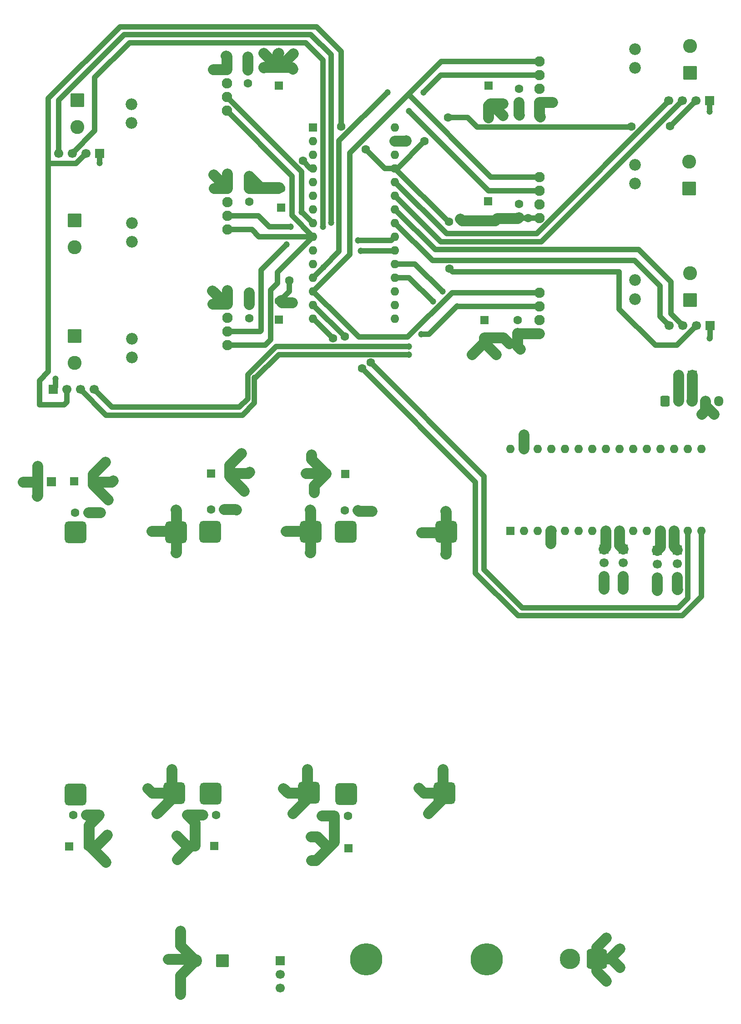
<source format=gbr>
%TF.GenerationSoftware,KiCad,Pcbnew,9.0.6*%
%TF.CreationDate,2025-12-16T10:50:29+01:00*%
%TF.ProjectId,Microver2025,4d696372-6f76-4657-9232-3032352e6b69,rev?*%
%TF.SameCoordinates,Original*%
%TF.FileFunction,Copper,L1,Top*%
%TF.FilePolarity,Positive*%
%FSLAX46Y46*%
G04 Gerber Fmt 4.6, Leading zero omitted, Abs format (unit mm)*
G04 Created by KiCad (PCBNEW 9.0.6) date 2025-12-16 10:50:29*
%MOMM*%
%LPD*%
G01*
G04 APERTURE LIST*
G04 Aperture macros list*
%AMRoundRect*
0 Rectangle with rounded corners*
0 $1 Rounding radius*
0 $2 $3 $4 $5 $6 $7 $8 $9 X,Y pos of 4 corners*
0 Add a 4 corners polygon primitive as box body*
4,1,4,$2,$3,$4,$5,$6,$7,$8,$9,$2,$3,0*
0 Add four circle primitives for the rounded corners*
1,1,$1+$1,$2,$3*
1,1,$1+$1,$4,$5*
1,1,$1+$1,$6,$7*
1,1,$1+$1,$8,$9*
0 Add four rect primitives between the rounded corners*
20,1,$1+$1,$2,$3,$4,$5,0*
20,1,$1+$1,$4,$5,$6,$7,0*
20,1,$1+$1,$6,$7,$8,$9,0*
20,1,$1+$1,$8,$9,$2,$3,0*%
G04 Aperture macros list end*
%TA.AperFunction,ComponentPad*%
%ADD10C,1.600000*%
%TD*%
%TA.AperFunction,ComponentPad*%
%ADD11RoundRect,0.250000X0.550000X-0.550000X0.550000X0.550000X-0.550000X0.550000X-0.550000X-0.550000X0*%
%TD*%
%TA.AperFunction,ComponentPad*%
%ADD12RoundRect,0.250000X0.550000X0.550000X-0.550000X0.550000X-0.550000X-0.550000X0.550000X-0.550000X0*%
%TD*%
%TA.AperFunction,ComponentPad*%
%ADD13R,1.600000X1.600000*%
%TD*%
%TA.AperFunction,ComponentPad*%
%ADD14O,1.600000X1.600000*%
%TD*%
%TA.AperFunction,ComponentPad*%
%ADD15R,1.700000X1.700000*%
%TD*%
%TA.AperFunction,ComponentPad*%
%ADD16C,1.700000*%
%TD*%
%TA.AperFunction,ComponentPad*%
%ADD17RoundRect,0.250000X-0.550000X-0.550000X0.550000X-0.550000X0.550000X0.550000X-0.550000X0.550000X0*%
%TD*%
%TA.AperFunction,ComponentPad*%
%ADD18RoundRect,0.250000X-0.600000X-0.725000X0.600000X-0.725000X0.600000X0.725000X-0.600000X0.725000X0*%
%TD*%
%TA.AperFunction,ComponentPad*%
%ADD19O,1.700000X1.950000*%
%TD*%
%TA.AperFunction,ComponentPad*%
%ADD20RoundRect,0.250000X-1.050000X1.050000X-1.050000X-1.050000X1.050000X-1.050000X1.050000X1.050000X0*%
%TD*%
%TA.AperFunction,ComponentPad*%
%ADD21C,2.600000*%
%TD*%
%TA.AperFunction,ComponentPad*%
%ADD22C,1.930400*%
%TD*%
%TA.AperFunction,ComponentPad*%
%ADD23C,2.184400*%
%TD*%
%TA.AperFunction,ComponentPad*%
%ADD24RoundRect,0.600000X1.400000X-1.400000X1.400000X1.400000X-1.400000X1.400000X-1.400000X-1.400000X0*%
%TD*%
%TA.AperFunction,ComponentPad*%
%ADD25RoundRect,0.250000X-0.550000X0.550000X-0.550000X-0.550000X0.550000X-0.550000X0.550000X0.550000X0*%
%TD*%
%TA.AperFunction,ComponentPad*%
%ADD26RoundRect,0.250000X1.050000X-1.050000X1.050000X1.050000X-1.050000X1.050000X-1.050000X-1.050000X0*%
%TD*%
%TA.AperFunction,ComponentPad*%
%ADD27RoundRect,0.250001X0.949999X0.949999X-0.949999X0.949999X-0.949999X-0.949999X0.949999X-0.949999X0*%
%TD*%
%TA.AperFunction,ComponentPad*%
%ADD28C,2.400000*%
%TD*%
%TA.AperFunction,ComponentPad*%
%ADD29RoundRect,0.760000X1.140000X1.140000X-1.140000X1.140000X-1.140000X-1.140000X1.140000X-1.140000X0*%
%TD*%
%TA.AperFunction,ComponentPad*%
%ADD30C,3.800000*%
%TD*%
%TA.AperFunction,ComponentPad*%
%ADD31C,6.000000*%
%TD*%
%TA.AperFunction,ViaPad*%
%ADD32C,1.600000*%
%TD*%
%TA.AperFunction,ViaPad*%
%ADD33C,1.200000*%
%TD*%
%TA.AperFunction,Conductor*%
%ADD34C,2.000000*%
%TD*%
%TA.AperFunction,Conductor*%
%ADD35C,1.000000*%
%TD*%
G04 APERTURE END LIST*
D10*
%TO.P,C6,2*%
%TO.N,+18V*%
X136500000Y-83000000D03*
D11*
%TO.P,C6,1*%
%TO.N,GND*%
X136500000Y-86500000D03*
%TD*%
D10*
%TO.P,C16,2*%
%TO.N,+18V*%
X146000000Y-184790000D03*
D12*
%TO.P,C16,1*%
%TO.N,GND*%
X149500000Y-184790000D03*
%TD*%
D13*
%TO.P,A2,1,TX1*%
%TO.N,unconnected-(A2-TX1-Pad1)*%
X179600000Y-125766630D03*
D14*
%TO.P,A2,2,RX1*%
%TO.N,unconnected-(A2-RX1-Pad2)*%
X182140000Y-125766630D03*
%TO.P,A2,3,~{RESET}*%
%TO.N,unconnected-(A2-~{RESET}-Pad3)*%
X184680000Y-125766630D03*
%TO.P,A2,4,GND*%
%TO.N,GND*%
X187220000Y-125766630D03*
%TO.P,A2,5,D2*%
%TO.N,unconnected-(A2-D2-Pad5)*%
X189760000Y-125766630D03*
%TO.P,A2,6,D3*%
%TO.N,unconnected-(A2-D3-Pad6)*%
X192300000Y-125766630D03*
%TO.P,A2,7,D4*%
%TO.N,unconnected-(A2-D4-Pad7)*%
X194840000Y-125766630D03*
%TO.P,A2,8,D5*%
%TO.N,/5V*%
X197380000Y-125766630D03*
%TO.P,A2,9,D6*%
X199920000Y-125766630D03*
%TO.P,A2,10,D7*%
%TO.N,unconnected-(A2-D7-Pad10)*%
X202460000Y-125766630D03*
%TO.P,A2,11,D8*%
%TO.N,unconnected-(A2-D8-Pad11)*%
X205000000Y-125766630D03*
%TO.P,A2,12,D9*%
%TO.N,/5V*%
X207540000Y-125766630D03*
%TO.P,A2,13,D10*%
X210080000Y-125766630D03*
%TO.P,A2,14,MOSI*%
%TO.N,/SPI*%
X212620000Y-125766630D03*
%TO.P,A2,15,MISO*%
X215160000Y-125766630D03*
%TO.P,A2,16,SCK*%
%TO.N,unconnected-(A2-SCK-Pad16)*%
X215160000Y-110526630D03*
%TO.P,A2,17,3V3*%
%TO.N,unconnected-(A2-3V3-Pad17)*%
X212620000Y-110526630D03*
%TO.P,A2,18,AREF*%
%TO.N,unconnected-(A2-AREF-Pad18)*%
X210080000Y-110526630D03*
%TO.P,A2,19,A0*%
%TO.N,unconnected-(A2-A0-Pad19)*%
X207540000Y-110526630D03*
%TO.P,A2,20,A1*%
%TO.N,unconnected-(A2-A1-Pad20)*%
X205000000Y-110526630D03*
%TO.P,A2,21,A2*%
%TO.N,unconnected-(A2-A2-Pad21)*%
X202460000Y-110526630D03*
%TO.P,A2,22,A3*%
%TO.N,unconnected-(A2-A3-Pad22)*%
X199920000Y-110526630D03*
%TO.P,A2,23,SDA/A4*%
%TO.N,unconnected-(A2-SDA{slash}A4-Pad23)*%
X197380000Y-110526630D03*
%TO.P,A2,24,SCL/A5*%
%TO.N,unconnected-(A2-SCL{slash}A5-Pad24)*%
X194840000Y-110526630D03*
%TO.P,A2,25,A6*%
%TO.N,unconnected-(A2-A6-Pad25)*%
X192300000Y-110526630D03*
%TO.P,A2,26,A7*%
%TO.N,unconnected-(A2-A7-Pad26)*%
X189760000Y-110526630D03*
%TO.P,A2,27,+5V*%
%TO.N,unconnected-(A2-+5V-Pad27)*%
X187220000Y-110526630D03*
%TO.P,A2,28,~{RESET}*%
%TO.N,unconnected-(A2-~{RESET}-Pad28)*%
X184680000Y-110526630D03*
%TO.P,A2,29,GND*%
%TO.N,GND*%
X182140000Y-110526630D03*
%TO.P,A2,30,VIN*%
%TO.N,/5V*%
X179600000Y-110526630D03*
%TD*%
D15*
%TO.P,M4,1,PWM*%
%TO.N,/5V*%
X197040000Y-129180000D03*
D16*
%TO.P,M4,2,+*%
X197040000Y-131720000D03*
%TO.P,M4,3,-*%
%TO.N,GND*%
X197040000Y-134260000D03*
%TD*%
D15*
%TO.P,J4,1,Pin_1*%
%TO.N,/5V*%
X94170000Y-116640000D03*
D16*
%TO.P,J4,2,Pin_2*%
%TO.N,GND*%
X91630000Y-116640000D03*
%TD*%
D12*
%TO.P,C15,1*%
%TO.N,/5V*%
X148855000Y-115190000D03*
D10*
%TO.P,C15,2*%
%TO.N,GND*%
X145355000Y-115190000D03*
%TD*%
D17*
%TO.P,C24,1*%
%TO.N,/5V*%
X98477349Y-116590000D03*
D10*
%TO.P,C24,2*%
%TO.N,GND*%
X101977349Y-116590000D03*
%TD*%
D18*
%TO.P,J11,1,Pin_1*%
%TO.N,/5V*%
X208450000Y-101650000D03*
D19*
%TO.P,J11,2,Pin_2*%
%TO.N,/URAT*%
X210950000Y-101650000D03*
%TO.P,J11,3,Pin_3*%
X213450000Y-101650000D03*
%TO.P,J11,4,Pin_4*%
%TO.N,GND*%
X215950000Y-101650000D03*
%TO.P,J11,5,Pin_5*%
%TO.N,unconnected-(J11-Pin_5-Pad5)*%
X218450000Y-101650000D03*
%TD*%
D15*
%TO.P,M2,1,PWM*%
%TO.N,/5V*%
X206960000Y-129425000D03*
D16*
%TO.P,M2,2,+*%
X206960000Y-131965000D03*
%TO.P,M2,3,-*%
%TO.N,GND*%
X206960000Y-134505000D03*
%TD*%
D12*
%TO.P,C19,1*%
%TO.N,GND*%
X124500000Y-184390000D03*
D10*
%TO.P,C19,2*%
%TO.N,+18V*%
X121000000Y-184390000D03*
%TD*%
%TO.P,C12,1*%
%TO.N,GND*%
X181000000Y-89083370D03*
%TO.P,C12,2*%
%TO.N,+18V*%
X181000000Y-86583370D03*
%TD*%
D15*
%TO.P,M1,1,PWM*%
%TO.N,/5V*%
X210735000Y-129350000D03*
D16*
%TO.P,M1,2,+*%
X210735000Y-131890000D03*
%TO.P,M1,3,-*%
%TO.N,GND*%
X210735000Y-134430000D03*
%TD*%
D15*
%TO.P,J7,1,Pin_1*%
%TO.N,GND*%
X103140000Y-55583370D03*
D16*
%TO.P,J7,2,Pin_2*%
%TO.N,/5V*%
X100600000Y-55583370D03*
%TO.P,J7,3,Pin_3*%
%TO.N,/DIGI*%
X98060000Y-55583370D03*
%TO.P,J7,4,Pin_4*%
X95520000Y-55583370D03*
%TD*%
D20*
%TO.P,J3,1,Pin_1*%
%TO.N,/M2_B*%
X98500000Y-68063370D03*
D21*
%TO.P,J3,2,Pin_2*%
%TO.N,/M2_A*%
X98500000Y-73063370D03*
%TD*%
D22*
%TO.P,U5,1,GND*%
%TO.N,GND*%
X185027500Y-46138895D03*
%TO.P,U5,2,IN2*%
%TO.N,/5V*%
X185027500Y-38518895D03*
%TO.P,U5,3,IN1*%
X185027500Y-41058895D03*
%TO.P,U5,4,VM*%
%TO.N,+18V*%
X185027500Y-43598895D03*
D23*
%TO.P,U5,5,OUT1*%
%TO.N,/M4_A*%
X202807500Y-36210895D03*
%TO.P,U5,6,OUT2*%
%TO.N,/M4_B*%
X202807500Y-39710895D03*
%TD*%
D22*
%TO.P,U4,1,GND*%
%TO.N,GND*%
X127000000Y-83633370D03*
%TO.P,U4,2,IN2*%
%TO.N,/5V*%
X127000000Y-91253370D03*
%TO.P,U4,3,IN1*%
X127000000Y-88713370D03*
%TO.P,U4,4,VM*%
%TO.N,+18V*%
X127000000Y-86173370D03*
D23*
%TO.P,U4,5,OUT1*%
%TO.N,/M3_A*%
X109220000Y-93561370D03*
%TO.P,U4,6,OUT2*%
%TO.N,/M3_B*%
X109220000Y-90061370D03*
%TD*%
D10*
%TO.P,C22,1*%
%TO.N,GND*%
X100750000Y-178590000D03*
%TO.P,C22,2*%
%TO.N,+18V*%
X98250000Y-178590000D03*
%TD*%
D22*
%TO.P,U6,1,GND*%
%TO.N,GND*%
X185027500Y-67638895D03*
%TO.P,U6,2,IN2*%
%TO.N,/5V*%
X185027500Y-60018895D03*
%TO.P,U6,3,IN1*%
X185027500Y-62558895D03*
%TO.P,U6,4,VM*%
%TO.N,+18V*%
X185027500Y-65098895D03*
D23*
%TO.P,U6,5,OUT1*%
%TO.N,/M5_A*%
X202807500Y-57710895D03*
%TO.P,U6,6,OUT2*%
%TO.N,/M5_B*%
X202807500Y-61210895D03*
%TD*%
D22*
%TO.P,U8,1,GND*%
%TO.N,GND*%
X185052500Y-89088895D03*
%TO.P,U8,2,IN2*%
%TO.N,/5V*%
X185052500Y-81468895D03*
%TO.P,U8,3,IN1*%
X185052500Y-84008895D03*
%TO.P,U8,4,VM*%
%TO.N,+18V*%
X185052500Y-86548895D03*
D23*
%TO.P,U8,5,OUT1*%
%TO.N,/M6_A*%
X202832500Y-79160895D03*
%TO.P,U8,6,OUT2*%
%TO.N,/M6_B*%
X202832500Y-82660895D03*
%TD*%
D15*
%TO.P,J8,1,Pin_1*%
%TO.N,GND*%
X216750000Y-45750000D03*
D16*
%TO.P,J8,2,Pin_2*%
%TO.N,/5V*%
X214210000Y-45750000D03*
%TO.P,J8,3,Pin_3*%
%TO.N,/DIGI*%
X211670000Y-45750000D03*
%TO.P,J8,4,Pin_4*%
X209130000Y-45750000D03*
%TD*%
D17*
%TO.P,C23,1*%
%TO.N,GND*%
X97500000Y-184500000D03*
D10*
%TO.P,C23,2*%
%TO.N,+18V*%
X101000000Y-184500000D03*
%TD*%
D15*
%TO.P,J2,1,Pin_1*%
%TO.N,GND*%
X216800000Y-87633370D03*
D16*
%TO.P,J2,2,Pin_2*%
%TO.N,/5V*%
X214260000Y-87633370D03*
%TO.P,J2,3,Pin_3*%
%TO.N,/DIGI*%
X211720000Y-87633370D03*
%TO.P,J2,4,Pin_4*%
X209180000Y-87633370D03*
%TD*%
D10*
%TO.P,C11,1*%
%TO.N,GND*%
X130800000Y-40083370D03*
%TO.P,C11,2*%
%TO.N,+18V*%
X130800000Y-42583370D03*
%TD*%
D20*
%TO.P,J1,1,Pin_1*%
%TO.N,/M1_B*%
X99000000Y-45683370D03*
D21*
%TO.P,J1,2,Pin_2*%
%TO.N,/M1_A*%
X99000000Y-50683370D03*
%TD*%
D24*
%TO.P,U9,1,IN+*%
%TO.N,+18V*%
X98700000Y-174790000D03*
%TO.P,U9,2,IN-*%
%TO.N,GND*%
X117040000Y-174600000D03*
%TO.P,U9,3,OUT+*%
%TO.N,/5V*%
X98680000Y-126050000D03*
%TO.P,U9,4,OUT-*%
%TO.N,GND*%
X117360000Y-126050000D03*
%TD*%
D10*
%TO.P,C21,1*%
%TO.N,/5V*%
X123880000Y-121790000D03*
%TO.P,C21,2*%
%TO.N,GND*%
X126380000Y-121790000D03*
%TD*%
D25*
%TO.P,C4,1*%
%TO.N,GND*%
X175600000Y-43000000D03*
D10*
%TO.P,C4,2*%
%TO.N,+18V*%
X175600000Y-46500000D03*
%TD*%
%TO.P,C9,1*%
%TO.N,GND*%
X131000000Y-62083370D03*
%TO.P,C9,2*%
%TO.N,+18V*%
X131000000Y-64583370D03*
%TD*%
D22*
%TO.P,U2,1,GND*%
%TO.N,GND*%
X127000000Y-62133370D03*
%TO.P,U2,2,IN2*%
%TO.N,/5V*%
X127000000Y-69753370D03*
%TO.P,U2,3,IN1*%
X127000000Y-67213370D03*
%TO.P,U2,4,VM*%
%TO.N,+18V*%
X127000000Y-64673370D03*
D23*
%TO.P,U2,5,OUT1*%
%TO.N,/M2_A*%
X109220000Y-72061370D03*
%TO.P,U2,6,OUT2*%
%TO.N,/M2_B*%
X109220000Y-68561370D03*
%TD*%
D10*
%TO.P,C3,1*%
%TO.N,GND*%
X181200000Y-67533370D03*
%TO.P,C3,2*%
%TO.N,+18V*%
X181200000Y-65033370D03*
%TD*%
D26*
%TO.P,J9,1,Pin_1*%
%TO.N,/M4_B*%
X213080000Y-40658895D03*
D21*
%TO.P,J9,2,Pin_2*%
%TO.N,/M4_A*%
X213080000Y-35658895D03*
%TD*%
D10*
%TO.P,C8,2*%
%TO.N,+18V*%
X137000000Y-62152651D03*
D11*
%TO.P,C8,1*%
%TO.N,GND*%
X137000000Y-65652651D03*
%TD*%
D15*
%TO.P,J5,1,Pin_1*%
%TO.N,GND*%
X94500000Y-99500000D03*
D16*
%TO.P,J5,2,Pin_2*%
%TO.N,/5V*%
X97040000Y-99500000D03*
%TO.P,J5,3,Pin_3*%
%TO.N,/DIGI*%
X99580000Y-99500000D03*
%TO.P,J5,4,Pin_4*%
X102120000Y-99500000D03*
%TD*%
D20*
%TO.P,J6,1,Pin_1*%
%TO.N,/M3_B*%
X98500000Y-89563370D03*
D21*
%TO.P,J6,2,Pin_2*%
%TO.N,/M3_A*%
X98500000Y-94563370D03*
%TD*%
D27*
%TO.P,C1,1*%
%TO.N,+18V*%
X126030000Y-205690000D03*
D28*
%TO.P,C1,2*%
%TO.N,GND*%
X121030000Y-205690000D03*
%TD*%
D10*
%TO.P,C18,1*%
%TO.N,GND*%
X122380000Y-178590000D03*
%TO.P,C18,2*%
%TO.N,+18V*%
X124880000Y-178590000D03*
%TD*%
D13*
%TO.P,A1,1,TX1*%
%TO.N,unconnected-(A1-TX1-Pad1)*%
X142907500Y-50737845D03*
D14*
%TO.P,A1,2,RX1*%
%TO.N,unconnected-(A1-RX1-Pad2)*%
X142907500Y-53277845D03*
%TO.P,A1,3,~{RESET}*%
%TO.N,unconnected-(A1-~{RESET}-Pad3)*%
X142907500Y-55817845D03*
%TO.P,A1,4,GND*%
%TO.N,GND*%
X142907500Y-58357845D03*
%TO.P,A1,5,D2*%
%TO.N,unconnected-(A1-D2-Pad5)*%
X142907500Y-60897845D03*
%TO.P,A1,6,D3*%
%TO.N,unconnected-(A1-D3-Pad6)*%
X142907500Y-63437845D03*
%TO.P,A1,7,D4*%
%TO.N,unconnected-(A1-D4-Pad7)*%
X142907500Y-65977845D03*
%TO.P,A1,8,D5*%
%TO.N,/5V*%
X142907500Y-68517845D03*
%TO.P,A1,9,D6*%
X142907500Y-71057845D03*
%TO.P,A1,10,D7*%
%TO.N,unconnected-(A1-D7-Pad10)*%
X142907500Y-73597845D03*
%TO.P,A1,11,D8*%
%TO.N,unconnected-(A1-D8-Pad11)*%
X142907500Y-76137845D03*
%TO.P,A1,12,D9*%
%TO.N,/5V*%
X142907500Y-78677845D03*
%TO.P,A1,13,D10*%
X142907500Y-81217845D03*
%TO.P,A1,14,MOSI*%
%TO.N,/SPI*%
X142907500Y-83757845D03*
%TO.P,A1,15,MISO*%
X142907500Y-86297845D03*
%TO.P,A1,16,SCK*%
%TO.N,unconnected-(A1-SCK-Pad16)*%
X158147500Y-86297845D03*
%TO.P,A1,17,3V3*%
%TO.N,unconnected-(A1-3V3-Pad17)*%
X158147500Y-83757845D03*
%TO.P,A1,18,AREF*%
%TO.N,unconnected-(A1-AREF-Pad18)*%
X158147500Y-81217845D03*
%TO.P,A1,19,A0*%
%TO.N,/DIGI*%
X158147500Y-78677845D03*
%TO.P,A1,20,A1*%
X158147500Y-76137845D03*
%TO.P,A1,21,A2*%
X158147500Y-73597845D03*
%TO.P,A1,22,A3*%
X158147500Y-71057845D03*
%TO.P,A1,23,SDA/A4*%
X158147500Y-68517845D03*
%TO.P,A1,24,SCL/A5*%
X158147500Y-65977845D03*
%TO.P,A1,25,A6*%
X158147500Y-63437845D03*
%TO.P,A1,26,A7*%
X158147500Y-60897845D03*
%TO.P,A1,27,+5V*%
%TO.N,/5V*%
X158147500Y-58357845D03*
%TO.P,A1,28,~{RESET}*%
%TO.N,unconnected-(A1-~{RESET}-Pad28)*%
X158147500Y-55817845D03*
%TO.P,A1,29,GND*%
%TO.N,GND*%
X158147500Y-53277845D03*
%TO.P,A1,30,VIN*%
%TO.N,unconnected-(A1-VIN-Pad30)*%
X158147500Y-50737845D03*
%TD*%
D10*
%TO.P,C14,1*%
%TO.N,/5V*%
X148800000Y-121990000D03*
%TO.P,C14,2*%
%TO.N,GND*%
X151300000Y-121990000D03*
%TD*%
%TO.P,C7,1*%
%TO.N,GND*%
X131000000Y-83733370D03*
%TO.P,C7,2*%
%TO.N,+18V*%
X131000000Y-86233370D03*
%TD*%
D25*
%TO.P,C2,1*%
%TO.N,GND*%
X175500000Y-64500000D03*
D10*
%TO.P,C2,2*%
%TO.N,+18V*%
X175500000Y-68000000D03*
%TD*%
D26*
%TO.P,J12,1,Pin_1*%
%TO.N,/M6_B*%
X213080000Y-82833370D03*
D21*
%TO.P,J12,2,Pin_2*%
%TO.N,/M6_A*%
X213080000Y-77833370D03*
%TD*%
D22*
%TO.P,U1,1,GND*%
%TO.N,GND*%
X126852500Y-40028895D03*
%TO.P,U1,2,IN2*%
%TO.N,/5V*%
X126852500Y-47648895D03*
%TO.P,U1,3,IN1*%
X126852500Y-45108895D03*
%TO.P,U1,4,VM*%
%TO.N,+18V*%
X126852500Y-42568895D03*
D23*
%TO.P,U1,5,OUT1*%
%TO.N,/M1_A*%
X109072500Y-49956895D03*
%TO.P,U1,6,OUT2*%
%TO.N,/M1_B*%
X109072500Y-46456895D03*
%TD*%
D29*
%TO.P,J14,1,Pin_1*%
%TO.N,GND*%
X195700000Y-205400000D03*
D30*
%TO.P,J14,2,Pin_2*%
%TO.N,+18V*%
X190700000Y-205400000D03*
%TD*%
D15*
%TO.P,SW1,1,A*%
%TO.N,+18V*%
X136750000Y-205750000D03*
D16*
%TO.P,SW1,2,B*%
X136750000Y-208290000D03*
%TO.P,SW1,3,C*%
%TO.N,unconnected-(SW1-C-Pad3)*%
X136750000Y-210830000D03*
%TD*%
D17*
%TO.P,C20,1*%
%TO.N,/5V*%
X123880000Y-115140000D03*
D10*
%TO.P,C20,2*%
%TO.N,GND*%
X127380000Y-115140000D03*
%TD*%
%TO.P,C13,2*%
%TO.N,+18V*%
X174800000Y-90080719D03*
D25*
%TO.P,C13,1*%
%TO.N,GND*%
X174800000Y-86580719D03*
%TD*%
D26*
%TO.P,J10,1,Pin_1*%
%TO.N,/M5_B*%
X212907500Y-62158895D03*
D21*
%TO.P,J10,2,Pin_2*%
%TO.N,/M5_A*%
X212907500Y-57158895D03*
%TD*%
D15*
%TO.P,J13,1,Pin_1*%
%TO.N,/URAT*%
X213470000Y-96800000D03*
D16*
%TO.P,J13,2,Pin_2*%
X210930000Y-96800000D03*
%TD*%
D24*
%TO.P,U3,1,IN+*%
%TO.N,+18V*%
X149040000Y-174730000D03*
%TO.P,U3,2,IN-*%
%TO.N,GND*%
X167380000Y-174540000D03*
%TO.P,U3,3,OUT+*%
%TO.N,/5V*%
X149020000Y-125990000D03*
%TO.P,U3,4,OUT-*%
%TO.N,GND*%
X167700000Y-125990000D03*
%TD*%
D31*
%TO.P,F1,1*%
%TO.N,+18V*%
X175250000Y-205500000D03*
%TO.P,F1,2*%
X152750000Y-205500000D03*
%TD*%
D10*
%TO.P,C17,1*%
%TO.N,GND*%
X146880000Y-178790000D03*
%TO.P,C17,2*%
%TO.N,+18V*%
X149380000Y-178790000D03*
%TD*%
%TO.P,C25,1*%
%TO.N,/5V*%
X98630000Y-122390000D03*
%TO.P,C25,2*%
%TO.N,GND*%
X101130000Y-122390000D03*
%TD*%
D11*
%TO.P,C10,1*%
%TO.N,GND*%
X136500000Y-43000000D03*
D10*
%TO.P,C10,2*%
%TO.N,+18V*%
X136500000Y-39500000D03*
%TD*%
D24*
%TO.P,U10,1,IN+*%
%TO.N,+18V*%
X123800000Y-174680000D03*
%TO.P,U10,2,IN-*%
%TO.N,GND*%
X142140000Y-174490000D03*
%TO.P,U10,3,OUT+*%
%TO.N,/5V*%
X123780000Y-125940000D03*
%TO.P,U10,4,OUT-*%
%TO.N,GND*%
X142460000Y-125940000D03*
%TD*%
D15*
%TO.P,M3,1,PWM*%
%TO.N,/5V*%
X200630000Y-129200000D03*
D16*
%TO.P,M3,2,+*%
X200630000Y-131740000D03*
%TO.P,M3,3,-*%
%TO.N,GND*%
X200630000Y-134280000D03*
%TD*%
D10*
%TO.P,C5,1*%
%TO.N,GND*%
X181200000Y-46083370D03*
%TO.P,C5,2*%
%TO.N,+18V*%
X181200000Y-43583370D03*
%TD*%
D32*
%TO.N,GND*%
X206950000Y-136860000D03*
X141000000Y-56950000D03*
X117540000Y-182490000D03*
X136550000Y-36950000D03*
X131050000Y-81540000D03*
X172500000Y-93000000D03*
X143130000Y-118640000D03*
X124250000Y-83600000D03*
X104255000Y-113015000D03*
X139150000Y-39900000D03*
X118250000Y-211950000D03*
X177200000Y-67750000D03*
X112130000Y-173680000D03*
X142380000Y-121890000D03*
X215300000Y-104100000D03*
X177000000Y-93000000D03*
X167630000Y-122140000D03*
X217600000Y-104150000D03*
X126950000Y-59450000D03*
X130130000Y-118390000D03*
X126700000Y-37450000D03*
X185250000Y-48800000D03*
X129630000Y-111390000D03*
X197050000Y-136640000D03*
X91650000Y-113750000D03*
X141630000Y-115140000D03*
X178300000Y-48600000D03*
X139380000Y-178390000D03*
X128630000Y-121890000D03*
X127000000Y-81050000D03*
X113880000Y-178390000D03*
X181500000Y-92000000D03*
X182150000Y-107900000D03*
X124500000Y-62150000D03*
D33*
X160250000Y-53250000D03*
D32*
X163130000Y-126140000D03*
X153880000Y-122140000D03*
X133750000Y-37000000D03*
X104630000Y-182390000D03*
X91550000Y-119350000D03*
X210750000Y-136750000D03*
X116630000Y-170180000D03*
X119520000Y-178610000D03*
X117380000Y-129890000D03*
X187500000Y-46150000D03*
X178300000Y-46400000D03*
X142380000Y-129890000D03*
X181300000Y-48500000D03*
X104380000Y-187390000D03*
X103380000Y-122390000D03*
X138500000Y-79250000D03*
X144540000Y-178830000D03*
X104755000Y-120015000D03*
X115990000Y-205430000D03*
X137880000Y-125890000D03*
X117380000Y-121890000D03*
D33*
X216750000Y-90000000D03*
D32*
X124200000Y-81150000D03*
X112880000Y-125890000D03*
X103130000Y-178640000D03*
X167130000Y-170140000D03*
X142630000Y-111640000D03*
D33*
X95000000Y-97500000D03*
D32*
X197500000Y-209500000D03*
X142650000Y-187110000D03*
X139050000Y-83350000D03*
X170350000Y-67800000D03*
X141910000Y-170180000D03*
X139250000Y-37050000D03*
D33*
X216750000Y-47800000D03*
D32*
X164380000Y-178350000D03*
X187200000Y-128150000D03*
X175550000Y-49000000D03*
X133700000Y-39650000D03*
X88920000Y-116690000D03*
X124400000Y-59600000D03*
X200620000Y-136600000D03*
X137410000Y-173680000D03*
X200000000Y-207000000D03*
X105755000Y-116515000D03*
X131130000Y-114890000D03*
X179500000Y-91000000D03*
X167630000Y-130140000D03*
X162630000Y-173640000D03*
X200000000Y-203500000D03*
X142560000Y-182710000D03*
X118250000Y-200210000D03*
X124350000Y-40000000D03*
D33*
X103150000Y-57400000D03*
D32*
X182950000Y-67650000D03*
X131050000Y-59800000D03*
X130750000Y-37650000D03*
X197500000Y-201500000D03*
X178950000Y-67750000D03*
X117630000Y-186890000D03*
%TO.N,/SPI*%
X152000000Y-95600000D03*
X148800000Y-89650000D03*
X146650000Y-90000000D03*
X153600000Y-94500000D03*
%TO.N,/5V*%
X168200000Y-68334370D03*
X148150000Y-50600000D03*
D33*
X140750000Y-66500000D03*
D32*
X152700000Y-54800000D03*
X209350000Y-50550000D03*
X202150000Y-50600000D03*
X168000000Y-48950000D03*
X168250000Y-77000000D03*
D33*
X160750000Y-47750000D03*
X156750000Y-44250000D03*
X138750000Y-69250000D03*
X138000000Y-72500000D03*
X163000000Y-89250000D03*
X163500000Y-44250000D03*
D32*
X163650000Y-53350000D03*
D33*
X144792672Y-76792672D03*
%TO.N,/DIGI*%
X167000000Y-81250000D03*
X144750000Y-69250000D03*
X160750000Y-93000000D03*
X151750000Y-73750000D03*
X146250000Y-68500000D03*
X160750000Y-91500000D03*
X165250000Y-83161522D03*
X151250000Y-71750000D03*
%TD*%
D34*
%TO.N,GND*%
X119520000Y-178610000D02*
X122360000Y-178610000D01*
X126852500Y-40028895D02*
X126852500Y-37602500D01*
X127000000Y-59500000D02*
X126950000Y-59450000D01*
X143130000Y-118640000D02*
X143130000Y-117415000D01*
X127000000Y-62133370D02*
X127000000Y-59500000D01*
X113030000Y-174580000D02*
X112130000Y-173680000D01*
X127000000Y-62133370D02*
X126933370Y-62133370D01*
X163130000Y-126140000D02*
X167550000Y-126140000D01*
D35*
X103140000Y-55583370D02*
X103140000Y-57390000D01*
D34*
X181200000Y-46083370D02*
X181200000Y-48400000D01*
X118250000Y-208470000D02*
X121030000Y-205690000D01*
X143720000Y-182710000D02*
X145800000Y-184790000D01*
X167130000Y-170140000D02*
X167130000Y-174290000D01*
X145305000Y-115140000D02*
X145355000Y-115190000D01*
X167550000Y-126140000D02*
X167700000Y-125990000D01*
%TO.N,+18V*%
X133716630Y-39633370D02*
X133700000Y-39650000D01*
%TO.N,GND*%
X130880000Y-115140000D02*
X131130000Y-114890000D01*
X174800000Y-89886021D02*
X174800000Y-90800000D01*
X167380000Y-174540000D02*
X163530000Y-174540000D01*
X127000000Y-83633370D02*
X127000000Y-81050000D01*
X105505000Y-116765000D02*
X105755000Y-116515000D01*
X215950000Y-103450000D02*
X215300000Y-104100000D01*
X120977349Y-184390000D02*
X119440000Y-184390000D01*
X127380000Y-115140000D02*
X127380000Y-113640000D01*
X127000000Y-62133370D02*
X124516630Y-62133370D01*
%TO.N,+18V*%
X139050000Y-83350000D02*
X137169281Y-83350000D01*
%TO.N,GND*%
X142160000Y-174580000D02*
X138310000Y-174580000D01*
X158147500Y-53277845D02*
X160222155Y-53277845D01*
X185052500Y-89088895D02*
X181005525Y-89088895D01*
X167130000Y-174290000D02*
X167380000Y-174540000D01*
X101380000Y-184390000D02*
X104380000Y-187390000D01*
D35*
X185027500Y-67638895D02*
X182961105Y-67638895D01*
D34*
X206960000Y-136850000D02*
X206950000Y-136860000D01*
%TO.N,+18V*%
X138883370Y-39633370D02*
X139150000Y-39900000D01*
%TO.N,GND*%
X197040000Y-136630000D02*
X197050000Y-136640000D01*
%TO.N,+18V*%
X175886021Y-46400000D02*
X175600000Y-46686021D01*
%TO.N,GND*%
X141630000Y-115140000D02*
X145305000Y-115140000D01*
%TO.N,+18V*%
X136400000Y-39633370D02*
X136666630Y-39633370D01*
X136400000Y-39633370D02*
X136400000Y-37100000D01*
%TO.N,GND*%
X143480000Y-187110000D02*
X145800000Y-184790000D01*
X142160000Y-175390000D02*
X139160000Y-178390000D01*
X131000000Y-62083370D02*
X131000000Y-59850000D01*
X115990000Y-205430000D02*
X120770000Y-205430000D01*
X116630000Y-170180000D02*
X116630000Y-174330000D01*
X91650000Y-113750000D02*
X91650000Y-116620000D01*
%TO.N,+18V*%
X136400000Y-39633370D02*
X136383370Y-39633370D01*
D35*
X138500000Y-79250000D02*
X138500000Y-81280719D01*
D34*
X176386021Y-46686021D02*
X178300000Y-48600000D01*
%TO.N,GND*%
X128530000Y-121790000D02*
X128630000Y-121890000D01*
X182140000Y-110526630D02*
X182140000Y-107910000D01*
X127000000Y-83633370D02*
X124283370Y-83633370D01*
X151450000Y-122140000D02*
X151300000Y-121990000D01*
X177200000Y-67750000D02*
X178950000Y-67750000D01*
X215950000Y-102500000D02*
X217600000Y-104150000D01*
D35*
X142907500Y-58357845D02*
X142407845Y-58357845D01*
D34*
X130800000Y-37700000D02*
X130750000Y-37650000D01*
X118250000Y-200210000D02*
X118250000Y-202910000D01*
X185027500Y-46138895D02*
X185027500Y-48577500D01*
X91630000Y-119270000D02*
X91550000Y-119350000D01*
X142650000Y-187110000D02*
X143480000Y-187110000D01*
X180983370Y-67750000D02*
X181200000Y-67533370D01*
X198400000Y-205400000D02*
X200000000Y-207000000D01*
X102005000Y-115265000D02*
X104255000Y-113015000D01*
X142630000Y-111640000D02*
X142630000Y-112465000D01*
X182140000Y-107910000D02*
X182150000Y-107900000D01*
X103080000Y-178590000D02*
X103130000Y-178640000D01*
X102005000Y-116765000D02*
X105505000Y-116765000D01*
X102005000Y-116765000D02*
X102005000Y-115265000D01*
X119440000Y-184390000D02*
X117540000Y-182490000D01*
X102005000Y-117265000D02*
X104755000Y-120015000D01*
X181005525Y-89088895D02*
X181000000Y-89083370D01*
X210735000Y-136735000D02*
X210750000Y-136750000D01*
X120977349Y-184390000D02*
X120130000Y-184390000D01*
X112880000Y-125890000D02*
X117300000Y-125890000D01*
X200630000Y-136590000D02*
X200620000Y-136600000D01*
X122360000Y-178610000D02*
X122380000Y-178590000D01*
%TO.N,+18V*%
X136400000Y-39633370D02*
X133716630Y-39633370D01*
%TO.N,GND*%
X101200000Y-180570000D02*
X103130000Y-178640000D01*
X124378895Y-40028895D02*
X124350000Y-40000000D01*
X167380000Y-174540000D02*
X167380000Y-175350000D01*
%TO.N,+18V*%
X175600000Y-46686021D02*
X175600000Y-48950000D01*
%TO.N,GND*%
X131000000Y-81590000D02*
X131050000Y-81540000D01*
%TO.N,+18V*%
X137169281Y-83350000D02*
X136951000Y-83131719D01*
X136951000Y-83131719D02*
X136951000Y-82980719D01*
%TO.N,GND*%
X167700000Y-125990000D02*
X167700000Y-122210000D01*
D35*
X95000000Y-99000000D02*
X94500000Y-99500000D01*
D34*
X200630000Y-134280000D02*
X200630000Y-136590000D01*
X102630000Y-184390000D02*
X104630000Y-182390000D01*
X101200000Y-184390000D02*
X102630000Y-184390000D01*
X195700000Y-205400000D02*
X195700000Y-207700000D01*
X117450000Y-125740000D02*
X117450000Y-121960000D01*
X101130000Y-122390000D02*
X103380000Y-122390000D01*
X144580000Y-178790000D02*
X144540000Y-178830000D01*
X163530000Y-174540000D02*
X162630000Y-173640000D01*
D35*
X142407845Y-58357845D02*
X141000000Y-56950000D01*
D34*
X146880000Y-178790000D02*
X144580000Y-178790000D01*
X126380000Y-121790000D02*
X128530000Y-121790000D01*
X126933370Y-62133370D02*
X124400000Y-59600000D01*
X127380000Y-115140000D02*
X127380000Y-115640000D01*
%TO.N,+18V*%
X136666630Y-39633370D02*
X139250000Y-37050000D01*
%TO.N,GND*%
X142450000Y-125740000D02*
X142450000Y-121960000D01*
X131000000Y-62083370D02*
X136450000Y-62083370D01*
X187200000Y-128150000D02*
X187200000Y-125786630D01*
X215950000Y-101650000D02*
X215950000Y-102500000D01*
X88920000Y-116690000D02*
X91580000Y-116690000D01*
X117450000Y-121960000D02*
X117380000Y-121890000D01*
X120770000Y-205430000D02*
X121030000Y-205690000D01*
X91630000Y-116640000D02*
X91630000Y-119270000D01*
D35*
X216750000Y-45750000D02*
X216750000Y-47800000D01*
X95000000Y-97500000D02*
X95000000Y-99000000D01*
D34*
X178386021Y-89886021D02*
X179500000Y-91000000D01*
X126852500Y-37602500D02*
X126700000Y-37450000D01*
X126683370Y-83633370D02*
X124200000Y-81150000D01*
X116880000Y-174580000D02*
X113030000Y-174580000D01*
X101200000Y-184390000D02*
X101200000Y-180570000D01*
X117450000Y-125740000D02*
X117450000Y-129820000D01*
X178950000Y-67750000D02*
X180983370Y-67750000D01*
X167380000Y-175350000D02*
X164380000Y-178350000D01*
X101200000Y-184390000D02*
X101380000Y-184390000D01*
X136600000Y-61933370D02*
X133183370Y-61933370D01*
X142450000Y-125740000D02*
X142450000Y-129820000D01*
X174800000Y-89886021D02*
X178386021Y-89886021D01*
X91650000Y-116620000D02*
X91630000Y-116640000D01*
X146880000Y-178790000D02*
X146880000Y-183710000D01*
D35*
%TO.N,+18V*%
X137169281Y-83350000D02*
X136800000Y-82980719D01*
D34*
%TO.N,GND*%
X195700000Y-205400000D02*
X195700000Y-203300000D01*
X130800000Y-40083370D02*
X130800000Y-37700000D01*
X187200000Y-125786630D02*
X187220000Y-125766630D01*
X120977349Y-184390000D02*
X120977349Y-180067349D01*
X146880000Y-183710000D02*
X145800000Y-184790000D01*
D35*
X182961105Y-67638895D02*
X182950000Y-67650000D01*
D34*
X174800000Y-89886021D02*
X174800000Y-90700000D01*
%TO.N,+18V*%
X178300000Y-46400000D02*
X175886021Y-46400000D01*
%TO.N,GND*%
X174800000Y-90800000D02*
X177000000Y-93000000D01*
X91580000Y-116690000D02*
X91630000Y-116640000D01*
X120977349Y-180067349D02*
X119520000Y-178610000D01*
X143130000Y-117415000D02*
X145355000Y-115190000D01*
X142630000Y-112465000D02*
X145355000Y-115190000D01*
X195700000Y-207700000D02*
X197500000Y-209500000D01*
X137880000Y-125890000D02*
X142300000Y-125890000D01*
X185027500Y-46138895D02*
X187488895Y-46138895D01*
X124283370Y-83633370D02*
X124250000Y-83600000D01*
X100750000Y-178590000D02*
X103080000Y-178590000D01*
X181000000Y-89083370D02*
X181000000Y-91500000D01*
X142450000Y-121960000D02*
X142380000Y-121890000D01*
X116880000Y-175390000D02*
X113880000Y-178390000D01*
X120130000Y-184390000D02*
X117630000Y-186890000D01*
X142450000Y-129820000D02*
X142380000Y-129890000D01*
X153880000Y-122140000D02*
X151450000Y-122140000D01*
X195700000Y-205400000D02*
X198100000Y-205400000D01*
X187488895Y-46138895D02*
X187500000Y-46150000D01*
X167700000Y-130070000D02*
X167630000Y-130140000D01*
D35*
X103140000Y-57390000D02*
X103150000Y-57400000D01*
D34*
%TO.N,+18V*%
X136383370Y-39633370D02*
X133750000Y-37000000D01*
D35*
%TO.N,GND*%
X216800000Y-89950000D02*
X216750000Y-90000000D01*
%TO.N,+18V*%
X138500000Y-81280719D02*
X136800000Y-82980719D01*
D34*
%TO.N,GND*%
X195700000Y-205400000D02*
X198400000Y-205400000D01*
X181200000Y-48400000D02*
X181300000Y-48500000D01*
%TO.N,+18V*%
X136400000Y-37100000D02*
X136550000Y-36950000D01*
%TO.N,GND*%
X141910000Y-170180000D02*
X141910000Y-174330000D01*
X170683370Y-68133370D02*
X170350000Y-67800000D01*
X131000000Y-83733370D02*
X131000000Y-81590000D01*
X197040000Y-134260000D02*
X197040000Y-136630000D01*
%TO.N,+18V*%
X175600000Y-48950000D02*
X175550000Y-49000000D01*
%TO.N,GND*%
X133183370Y-61933370D02*
X131050000Y-59800000D01*
X174800000Y-90700000D02*
X172500000Y-93000000D01*
%TO.N,+18V*%
X175600000Y-46686021D02*
X176386021Y-46686021D01*
%TO.N,GND*%
X160222155Y-53277845D02*
X160250000Y-53250000D01*
X195700000Y-203300000D02*
X197500000Y-201500000D01*
X131000000Y-59850000D02*
X131050000Y-59800000D01*
X118250000Y-211950000D02*
X118250000Y-208470000D01*
X136450000Y-62083370D02*
X136600000Y-61933370D01*
X198100000Y-205400000D02*
X200000000Y-203500000D01*
X124516630Y-62133370D02*
X124500000Y-62150000D01*
X118250000Y-202910000D02*
X121030000Y-205690000D01*
X127380000Y-115140000D02*
X130880000Y-115140000D01*
X206960000Y-134505000D02*
X206960000Y-136850000D01*
X167700000Y-125990000D02*
X167700000Y-130070000D01*
X176816630Y-68133370D02*
X170683370Y-68133370D01*
%TO.N,+18V*%
X136400000Y-39633370D02*
X138883370Y-39633370D01*
D35*
%TO.N,GND*%
X216800000Y-87633370D02*
X216800000Y-89950000D01*
D34*
X215950000Y-101650000D02*
X215950000Y-103450000D01*
X142560000Y-182710000D02*
X143720000Y-182710000D01*
X138310000Y-174580000D02*
X137410000Y-173680000D01*
X185027500Y-48577500D02*
X185250000Y-48800000D01*
X127000000Y-83633370D02*
X126683370Y-83633370D01*
X177200000Y-67750000D02*
X176816630Y-68133370D01*
X181000000Y-91500000D02*
X181500000Y-92000000D01*
X117450000Y-129820000D02*
X117380000Y-129890000D01*
D35*
X182950000Y-67650000D02*
X181316630Y-67650000D01*
D34*
X127380000Y-113640000D02*
X129630000Y-111390000D01*
X210735000Y-134430000D02*
X210735000Y-136735000D01*
X127380000Y-115640000D02*
X130130000Y-118390000D01*
D35*
X181316630Y-67650000D02*
X181200000Y-67533370D01*
D34*
X126852500Y-40028895D02*
X124378895Y-40028895D01*
X167700000Y-122210000D02*
X167630000Y-122140000D01*
D35*
%TO.N,/SPI*%
X142907500Y-83757845D02*
X142907500Y-83842500D01*
X142907500Y-86297845D02*
X142702155Y-86297845D01*
X212620000Y-138330000D02*
X212620000Y-125766630D01*
X211600000Y-141550000D02*
X215160000Y-137990000D01*
X173150000Y-116750000D02*
X173150000Y-133650000D01*
X142907500Y-83757845D02*
X142907845Y-83757845D01*
X181850000Y-140100000D02*
X210850000Y-140100000D01*
X142947845Y-86297845D02*
X146650000Y-90000000D01*
X153600000Y-94500000D02*
X174750000Y-115650000D01*
X210850000Y-140100000D02*
X212620000Y-138330000D01*
X174750000Y-133000000D02*
X181850000Y-140100000D01*
X215160000Y-137990000D02*
X215160000Y-125766630D01*
X181050000Y-141550000D02*
X211600000Y-141550000D01*
X174750000Y-115650000D02*
X174750000Y-133000000D01*
X142907845Y-83757845D02*
X148800000Y-89650000D01*
X173150000Y-133650000D02*
X181050000Y-141550000D01*
X152000000Y-95600000D02*
X173150000Y-116750000D01*
X142907500Y-86297845D02*
X142947845Y-86297845D01*
%TO.N,/5V*%
X140889655Y-66500000D02*
X142907500Y-68517845D01*
X97040000Y-101860000D02*
X96600000Y-102300000D01*
X126852500Y-45108895D02*
X140750000Y-59006395D01*
X173450000Y-50700000D02*
X202050000Y-50700000D01*
X93650000Y-57450000D02*
X93650000Y-96200000D01*
X92000000Y-97850000D02*
X92000000Y-102300000D01*
X127000000Y-88713370D02*
X127286630Y-89000000D01*
X176018895Y-60018895D02*
X160625000Y-44625000D01*
X97040000Y-99500000D02*
X97040000Y-101860000D01*
X185052500Y-84008895D02*
X169758895Y-84008895D01*
X139000000Y-67150345D02*
X142907500Y-71057845D01*
X160500000Y-89750000D02*
X151439655Y-89750000D01*
X140750000Y-66500000D02*
X140889655Y-66500000D01*
X156257845Y-58357845D02*
X152700000Y-54800000D01*
X169758895Y-84008895D02*
X169750000Y-84000000D01*
X166691105Y-41058895D02*
X163500000Y-44250000D01*
X166731105Y-38518895D02*
X160625000Y-44625000D01*
X185027500Y-60018895D02*
X176018895Y-60018895D01*
X185027500Y-38518895D02*
X166731105Y-38518895D01*
X199900000Y-84550000D02*
X206600000Y-91250000D01*
X206600000Y-91250000D02*
X210643370Y-91250000D01*
X185052500Y-81468895D02*
X168781105Y-81468895D01*
X127000000Y-67213370D02*
X132713370Y-67213370D01*
X93650000Y-57450000D02*
X98733370Y-57450000D01*
X127000000Y-88713370D02*
X127036630Y-88750000D01*
D34*
X207540000Y-125766630D02*
X207540000Y-128845000D01*
D35*
X175558895Y-62558895D02*
X160750000Y-47750000D01*
X127003370Y-91250000D02*
X134000000Y-91250000D01*
X133250000Y-88500000D02*
X133036630Y-88713370D01*
X148150000Y-36600000D02*
X143600000Y-32050000D01*
X168781105Y-81468895D02*
X160500000Y-89750000D01*
D34*
X207540000Y-128845000D02*
X206960000Y-129425000D01*
D35*
X140750000Y-59006395D02*
X140750000Y-66500000D01*
X139000000Y-59796395D02*
X139000000Y-67150345D01*
X158147500Y-58357845D02*
X168124025Y-68334370D01*
X160625000Y-44625000D02*
X149750000Y-55500000D01*
X171700000Y-48950000D02*
X173450000Y-50700000D01*
X158147500Y-58357845D02*
X156257845Y-58357845D01*
X106950000Y-32050000D02*
X93650000Y-45350000D01*
D34*
X210080000Y-128695000D02*
X210735000Y-129350000D01*
X199920000Y-125766630D02*
X199920000Y-128490000D01*
D35*
X133250000Y-88500000D02*
X133250000Y-77250000D01*
X149750000Y-55500000D02*
X149750000Y-74375345D01*
D34*
X199920000Y-128490000D02*
X200630000Y-129200000D01*
D35*
X131503370Y-69753370D02*
X132807845Y-71057845D01*
X134000000Y-91250000D02*
X135000000Y-90250000D01*
X151439655Y-89750000D02*
X148219827Y-86530173D01*
X158642155Y-58357845D02*
X163650000Y-53350000D01*
X168900000Y-77650000D02*
X199900000Y-77650000D01*
X148150000Y-50600000D02*
X148150000Y-36600000D01*
X168124025Y-68334370D02*
X168200000Y-68334370D01*
X209410000Y-50550000D02*
X214210000Y-45750000D01*
X135000000Y-90250000D02*
X135000000Y-81000000D01*
D34*
X197380000Y-125766630D02*
X197380000Y-128840000D01*
X197380000Y-128840000D02*
X197040000Y-129180000D01*
D35*
X168000000Y-48950000D02*
X171700000Y-48950000D01*
X149750000Y-74375345D02*
X142907500Y-81217845D01*
X202050000Y-50700000D02*
X202150000Y-50600000D01*
X156750000Y-44250000D02*
X147750000Y-53250000D01*
X134750000Y-69250000D02*
X138750000Y-69250000D01*
X158147500Y-58357845D02*
X158642155Y-58357845D01*
X93650000Y-96200000D02*
X92000000Y-97850000D01*
X209350000Y-50550000D02*
X209410000Y-50550000D01*
X164500000Y-89250000D02*
X163000000Y-89250000D01*
X148219827Y-86530173D02*
X142907500Y-81217845D01*
X132807845Y-71057845D02*
X142907500Y-71057845D01*
X147750000Y-53250000D02*
X147750000Y-73835345D01*
X185027500Y-62558895D02*
X175558895Y-62558895D01*
X93650000Y-45350000D02*
X93650000Y-57450000D01*
X92000000Y-102300000D02*
X96600000Y-102300000D01*
X169750000Y-84000000D02*
X164500000Y-89250000D01*
X136250000Y-79750000D02*
X136250000Y-77715345D01*
X127000000Y-69753370D02*
X131503370Y-69753370D01*
X185027500Y-41058895D02*
X166691105Y-41058895D01*
X199900000Y-77650000D02*
X199900000Y-84550000D01*
X132713370Y-67213370D02*
X134750000Y-69250000D01*
D34*
X210080000Y-125766630D02*
X210080000Y-128695000D01*
D35*
X144792672Y-76792672D02*
X142907500Y-78677845D01*
X135000000Y-81000000D02*
X136250000Y-79750000D01*
X210643370Y-91250000D02*
X214260000Y-87633370D01*
X168250000Y-77000000D02*
X168900000Y-77650000D01*
X126852500Y-47648895D02*
X139000000Y-59796395D01*
X133036630Y-88713370D02*
X127000000Y-88713370D01*
X133250000Y-77250000D02*
X138000000Y-72500000D01*
X127000000Y-91253370D02*
X127003370Y-91250000D01*
X136250000Y-77715345D02*
X142907500Y-71057845D01*
X98733370Y-57450000D02*
X100600000Y-55583370D01*
X143600000Y-32050000D02*
X106950000Y-32050000D01*
X147750000Y-73835345D02*
X144792672Y-76792672D01*
%TO.N,/DIGI*%
X160750000Y-91500000D02*
X136000000Y-91500000D01*
X142503862Y-33500000D02*
X146250000Y-37246138D01*
X157995345Y-73750000D02*
X158147500Y-73597845D01*
X209130000Y-45750000D02*
X209130000Y-45892758D01*
X95520000Y-45711526D02*
X107731526Y-33500000D01*
X207500000Y-80250000D02*
X202750000Y-75500000D01*
X130750000Y-101250000D02*
X129199000Y-102801000D01*
X136500000Y-93000000D02*
X132250000Y-97250000D01*
X132000000Y-97250000D02*
X132000000Y-102000000D01*
X129750000Y-104250000D02*
X104330000Y-104250000D01*
X107731526Y-33500000D02*
X142503862Y-33500000D01*
X141500000Y-35000000D02*
X108750000Y-35000000D01*
X166709655Y-72000000D02*
X158147500Y-63437845D01*
X129199000Y-102801000D02*
X105421000Y-102801000D01*
X104330000Y-104250000D02*
X99580000Y-99500000D01*
X165669655Y-73500000D02*
X158147500Y-65977845D01*
X211670000Y-45750000D02*
X185420000Y-72000000D01*
X165129655Y-75500000D02*
X158147500Y-68517845D01*
X136000000Y-91500000D02*
X130750000Y-96750000D01*
X209500000Y-79500000D02*
X203500000Y-73500000D01*
X202750000Y-75500000D02*
X165129655Y-75500000D01*
X209130000Y-45892758D02*
X184522758Y-70500000D01*
X102250000Y-41500000D02*
X102250000Y-51393370D01*
X151250000Y-71750000D02*
X157455345Y-71750000D01*
X209180000Y-87633370D02*
X207500000Y-85953370D01*
X160766323Y-78677845D02*
X165250000Y-83161522D01*
X132000000Y-102000000D02*
X129750000Y-104250000D01*
X211720000Y-87633370D02*
X209500000Y-85413370D01*
X203500000Y-73500000D02*
X165669655Y-73500000D01*
X157455345Y-71750000D02*
X158147500Y-71057845D01*
X158147500Y-76137845D02*
X161887845Y-76137845D01*
X161887845Y-76137845D02*
X167000000Y-81250000D01*
X185420000Y-72000000D02*
X166709655Y-72000000D01*
X130750000Y-96750000D02*
X130750000Y-101250000D01*
X207500000Y-85953370D02*
X207500000Y-80250000D01*
X209500000Y-85413370D02*
X209500000Y-79500000D01*
X144750000Y-38250000D02*
X141500000Y-35000000D01*
X151750000Y-73750000D02*
X157995345Y-73750000D01*
X144750000Y-69250000D02*
X144750000Y-38250000D01*
X102250000Y-51393370D02*
X98060000Y-55583370D01*
X95520000Y-55583370D02*
X95520000Y-45711526D01*
X184522758Y-70500000D02*
X167749655Y-70500000D01*
X108750000Y-35000000D02*
X102250000Y-41500000D01*
X160750000Y-93000000D02*
X136500000Y-93000000D01*
X146250000Y-37246138D02*
X146250000Y-68500000D01*
X105421000Y-102801000D02*
X102120000Y-99500000D01*
X167749655Y-70500000D02*
X158147500Y-60897845D01*
X158147500Y-78677845D02*
X160766323Y-78677845D01*
D34*
%TO.N,/URAT*%
X210930000Y-101630000D02*
X210950000Y-101650000D01*
X210930000Y-96800000D02*
X210930000Y-101630000D01*
X213470000Y-101630000D02*
X213450000Y-101650000D01*
X213470000Y-96800000D02*
X213470000Y-101630000D01*
%TD*%
M02*

</source>
